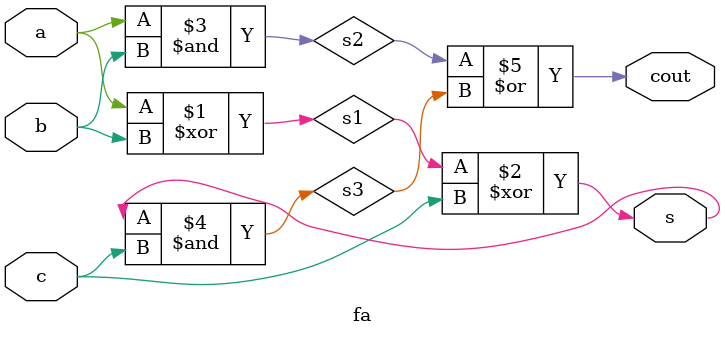
<source format=v>
module fa(a,b,c,s,cout);
input a,b,c;
output s,cout;
wire s1,s2,s3;
xor(s1,a,b);
xor(s,s1,c);
and(s2,a,b);
and(s3,s,c);
or(cout,s2,s3);
endmodule
</source>
